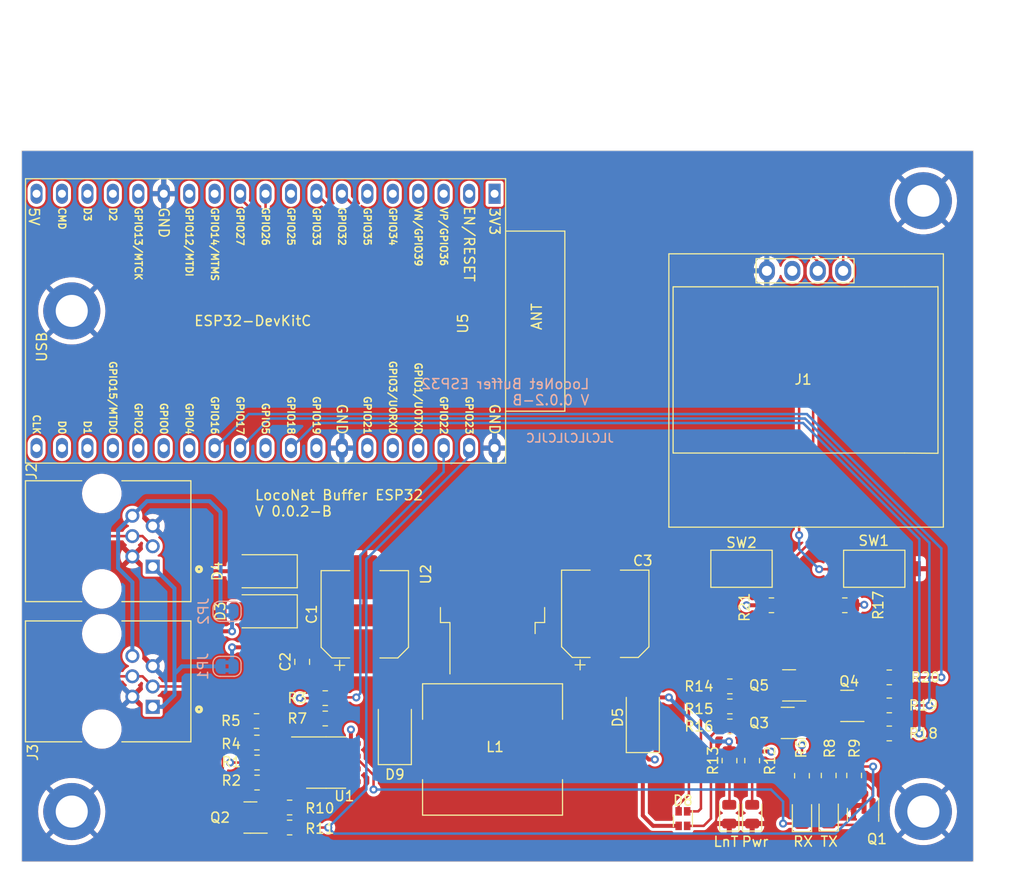
<source format=kicad_pcb>
(kicad_pcb (version 20240108) (generator "pcbnew") (generator_version "8.0")
  (title_block (title "LocoBuffer Esp32") (date "2023-07-17") (rev "0.0.1") (company "Dcc Diy Tools"))
  (layers (0 "F.Cu" signal) (1 "In1.Cu" signal) (2 "In2.Cu" signal) (31 "B.Cu" signal) (34 "B.Paste" user) (35 "F.Paste" user) (36 "B.SilkS" user "B.Silkscreen") (37 "F.SilkS" user "F.Silkscreen") (38 "B.Mask" user) (39 "F.Mask" user) (44 "Edge.Cuts" user))
  (net 0 "")
  (net 1 "GND")
  (net 2 "+5V")
  (net 3 "+3.3V")
  (net 4 "/LnPower")
  (net 5 "/LocoNet/loconet")
  (net 6 "/LocoNet/RSyncA")
  (net 7 "/LnRx")
  (net 8 "Net-(D1-A)")
  (net 9 "Net-(D2-K)")
  (net 10 "Net-(D2-A)")
  (net 11 "Net-(Q1-B)")
  (net 12 "Net-(Q2-B)")
  (net 13 "Net-(Q2-E)")
  (net 14 "Net-(U1--)")
  (net 15 "Net-(U1-+)")
  (net 16 "/LnTx")
  (net 24 "/btnLb2")
  (net 26 "Net-(D8-RK)")
  (net 27 "Net-(D8-GK)")
  (net 28 "Net-(D8-BK)")
  (net 35 "/LedR")
  (net 39 "/LedG")
  (net 40 "/LedB")
  (net 42 "/HSPI_SCLK")
  (net 47 "/SCL")
  (net 48 "/SDA")
  (net 49 "/LocoNet/RSyncB")
  (net 50 "Net-(D6-A)")
  (net 51 "Net-(D7-A)")
  (net 52 "/LnPower5V")
  (net 53 "/HSPI_MISO")
  (net 54 "/HSPI_MOSI")
  (net 55 "/HSPI_CS")
  (net 56 "/RSyncAC")
  (net 57 "/RSyncBC")
  (net 58 "/btnLb")
  (net 59 "Net-(D9-K)")
  (net 60 "Net-(Q3-G)")
  (net 61 "Net-(Q3-D)")
  (net 62 "Net-(Q4-G)")
  (net 63 "Net-(Q4-D)")
  (net 64 "Net-(Q5-G)")
  (net 65 "Net-(Q5-D)")
  (footprint "LED_SMD:LED_0805_2012Metric" (layer "F.Cu") (at 107.885706 115.31 90)
    (property "Reference" "D1" (hide yes))
    (property "Value" "LED")
  )
  (footprint "LocoNetInterface:AMPHENOL_RJE0166001" (layer "F.Cu") (at 38 88 -90)
    (property "Reference" "J2")
    (property "Value" "RJ12")
  )
  (footprint "LocoNetInterface:AMPHENOL_RJE0166001" (layer "F.Cu") (at 38 102 -90)
    (property "Reference" "J3")
    (property "Value" "RJ12")
  )
  (footprint "Resistor_SMD:R_0805_2012Metric" (layer "F.Cu") (at 53.4948 110.1068)
    (property "Reference" "R1")
    (property "Value" "10K (5%)")
  )
  (footprint "Resistor_SMD:R_0805_2012Metric" (layer "F.Cu") (at 53.4948 112.1078 180)
    (property "Reference" "R2")
    (property "Value" "22K")
  )
  (footprint "Resistor_SMD:R_0805_2012Metric" (layer "F.Cu") (at 60.302 103.675 180)
    (property "Reference" "R3")
    (property "Value" "1K")
  )
  (footprint "Resistor_SMD:R_0805_2012Metric" (layer "F.Cu") (at 53.4775 108.109)
    (property "Reference" "R4")
    (property "Value" "47K")
  )
  (footprint "Resistor_SMD:R_0805_2012Metric" (layer "F.Cu") (at 53.444 105.961 180)
    (property "Reference" "R5")
    (property "Value" "150K")
  )
  (footprint "Resistor_SMD:R_0805_2012Metric" (layer "F.Cu") (at 107.885706 111.4215 90)
    (property "Reference" "R6")
    (property "Value" "470")
  )
  (footprint "Resistor_SMD:R_0805_2012Metric" (layer "F.Cu") (at 60.3025 105.707 180)
    (property "Reference" "R7")
    (property "Value" "220K")
  )
  (footprint "Resistor_SMD:R_0805_2012Metric" (layer "F.Cu") (at 110.552706 111.396 90)
    (property "Reference" "R8")
    (property "Value" "470")
  )
  (footprint "Resistor_SMD:R_0805_2012Metric" (layer "F.Cu") (at 113.092706 111.396 -90)
    (property "Reference" "R9")
    (property "Value" "4.7K")
  )
  (footprint "Resistor_SMD:R_0805_2012Metric" (layer "F.Cu") (at 56.746 114.597 180)
    (property "Reference" "R10")
    (property "Value" "47")
  )
  (footprint "Resistor_SMD:R_0805_2012Metric" (layer "F.Cu") (at 56.746 116.597 180)
    (property "Reference" "R11")
    (property "Value" "4.7K")
  )
  (footprint "Package_SO:SOIC-8_3.9x4.9mm_P1.27mm" (layer "F.Cu") (at 60.39 110.109)
    (property "Reference" "U1")
    (property "Value" "LM311")
  )
  (footprint "MountingHole:MountingHole_3.2mm_M3_ISO7380_Pad" (layer "F.Cu") (at 35 65)
    (property "Reference" "H1" (hide yes))
    (property "Value" "MountingHole_Pad" (hide yes))
  )
  (footprint "MountingHole:MountingHole_3.2mm_M3_ISO7380_Pad" (layer "F.Cu") (at 35 115)
    (property "Reference" "H2" (hide yes))
    (property "Value" "MountingHole_Pad" (hide yes))
  )
  (footprint "MountingHole:MountingHole_3.2mm_M3_ISO7380_Pad" (layer "F.Cu") (at 120 115)
    (property "Reference" "H3" (hide yes))
    (property "Value" "MountingHole_Pad" (hide yes))
  )
  (footprint "MountingHole:MountingHole_3.2mm_M3_ISO7380_Pad" (layer "F.Cu") (at 120 54)
    (property "Reference" "H4" (hide yes))
    (property "Value" "MountingHole_Pad" (hide yes))
  )
  (footprint "LED_SMD:LED_0805_2012Metric" (layer "F.Cu") (at 110.552706 115.2545 90)
    (property "Reference" "D2" (hide yes))
    (property "Value" "LED")
  )
  (footprint "Package_TO_SOT_SMD:SOT-23" (layer "F.Cu") (at 113.981706 115.333 -90)
    (property "Reference" "Q1")
    (property "Value" "SS8050")
  )
  (footprint "Package_TO_SOT_SMD:SOT-23" (layer "F.Cu") (at 52.8335 115.597 180)
    (property "Reference" "Q2")
    (property "Value" "SS8050")
  )
  (footprint "Resistor_SMD:R_0805_2012Metric" (layer "F.Cu") (at 100.6875 102.5 180)
    (property "Reference" "R14")
    (property "Value" "470")
  )
  (footprint "Package_TO_SOT_SMD:SOT-23" (layer "F.Cu") (at 112.4 104.45 180)
    (property "Reference" "Q4")
    (property "Value" "2N7002")
  )
  (footprint "Capacitor_SMD:C_0805_2012Metric" (layer "F.Cu") (at 58 100.05 90)
    (property "Reference" "C2")
    (property "Value" "100nf")
  )
  (footprint "Espressif:ESP32-DevKitC" (layer "F.Cu") (at 77.20344 53.3 -90)
    (property "Reference" "U5")
    (property "Value" "ESP32-DevKitC")
  )
  (footprint "Diode_SMD:D_SMA" (layer "F.Cu") (at 67.25 106.8 90)
    (property "Reference" "D9")
    (property "Value" "B330A")
  )
  (footprint "LED_SMD:LED_LiteOn_LTST-C19HE1WT" (layer "F.Cu") (at 96 115.705)
    (property "Reference" "D8")
    (property "Value" "LTST-C19HE1WT")
  )
  (footprint "Diode_SMD:D_SMA" (layer "F.Cu") (at 92 105.6 90)
    (property "Reference" "D5")
    (property "Value" "SS24A")
  )
  (footprint "Resistor_SMD:R_0805_2012Metric" (layer "F.Cu") (at 100.651 109.9125 90)
    (property "Reference" "R13")
    (property "Value" "470")
  )
  (footprint "Capacitor_SMD:CP_Elec_8x10.5" (layer "F.Cu") (at 88.25 95.25 90)
    (property "Reference" "C3")
    (property "Value" "220uf")
  )
  (footprint "LED_SMD:LED_0805_2012Metric" (layer "F.Cu") (at 102.9135 115.2625 90)
    (property "Reference" "D6" (hide yes))
    (property "Value" "LED")
  )
  (footprint "Diode_SMD:D_SMA" (layer "F.Cu") (at 54 95 180)
    (property "Reference" "D3")
    (property "Value" "SS24A")
  )
  (footprint "Resistor_SMD:R_0805_2012Metric" (layer "F.Cu") (at 104.8375 94.4)
    (property "Reference" "R21")
    (property "Value" "10K (5%)")
  )
  (footprint "Package_TO_SOT_SMD:SOT-23" (layer "F.Cu") (at 106.4625 106.15 180)
    (property "Reference" "Q3")
    (property "Value" "2N7002")
  )
  (footprint "Package_TO_SOT_SMD:TO-263-5_TabPin3" (layer "F.Cu") (at 77 91.3 90)
    (property "Reference" "U2")
    (property "Value" "LM2576S-5")
  )
  (footprint "LED_SMD:LED_0805_2012Metric" (layer "F.Cu") (at 100.6275 115.2625 90)
    (property "Reference" "D7" (hide yes))
    (property "Value" "LED")
  )
  (footprint "Resistor_SMD:R_0805_2012Metric" (layer "F.Cu") (at 116.6 107.2 180)
    (property "Reference" "R18")
    (property "Value" "1K")
  )
  (footprint "Button_Switch_SMD:SW_SPST_CK_RS282G05A3" (layer "F.Cu") (at 101.85 90.75)
    (property "Reference" "SW2")
    (property "Value" "SW_Push")
  )
  (footprint "Resistor_SMD:R_0805_2012Metric" (layer "F.Cu") (at 100.6875 106.5 180)
    (property "Reference" "R16")
    (property "Value" "470")
  )
  (footprint "Diode_SMD:D_SMA" (layer "F.Cu") (at 54 91 180)
    (property "Reference" "D4")
    (property "Value" "SS24A")
  )
  (footprint "Resistor_SMD:R_0805_2012Metric" (layer "F.Cu") (at 116.6 104.4 180)
    (property "Reference" "R19")
    (property "Value" "1K")
  )
  (footprint "Resistor_SMD:R_0805_2012Metric" (layer "F.Cu") (at 116.6 101.6 180)
    (property "Reference" "R20")
    (property "Value" "1K")
  )
  (footprint "Resistor_SMD:R_0805_2012Metric" (layer "F.Cu") (at 100.6875 104.5 180)
    (property "Reference" "R15")
    (property "Value" "470")
  )
  (footprint "Capacitor_SMD:CP_Elec_8x10.5" (layer "F.Cu") (at 64.25 95.3 90)
    (property "Reference" "C1")
    (property "Value" "220uF")
  )
  (footprint "Inductor_SMD:L_Sunlord_MWSA1206S-101" (layer "F.Cu") (at 77 108.8)
    (property "Reference" "L1")
    (property "Value" "100uH")
  )
  (footprint "Resistor_SMD:R_0805_2012Metric" (layer "F.Cu") (at 102.9135 109.9125 90)
    (property "Reference" "R12")
    (property "Value" "470")
  )
  (footprint "Resistor_SMD:R_0805_2012Metric" (layer "F.Cu") (at 112.1625 94.4 180)
    (property "Reference" "R17")
    (property "Value" "10K (5%)")
  )
  (footprint "Package_TO_SOT_SMD:SOT-23" (layer "F.Cu") (at 106.6 102.4 180)
    (property "Reference" "Q5")
    (property "Value" "2N7002")
  )
  (footprint "LocoNetInterface:128x64OLED" (layer "F.Cu") (at 108 71.6)
    (property "Reference" "J1")
    (property "Value" "SD1306 I2C/Oled")
  )
  (footprint "Button_Switch_SMD:SW_SPST_CK_RS282G05A3" (layer "F.Cu") (at 115.1 90.75 180)
    (property "Reference" "SW1")
    (property "Value" "SW_Push")
  )
  (footprint "Jumper:SolderJumper-2_P1.3mm_Bridged2Bar_RoundedPad1.0x1.5mm" (layer "B.Cu") (at 50.5 95 180)
    (property "Reference" "JP2")
    (property "Value" "SolderJumper_2_Bridged" (hide yes))
  )
  (footprint "Jumper:SolderJumper-2_P1.3mm_Bridged2Bar_RoundedPad1.0x1.5mm" (layer "B.Cu") (at 50.5 100.5 180)
    (property "Reference" "JP1")
    (property "Value" "SolderJumper_2_Bridged" (hide yes))
  )
  (gr_line (start 30 49) (end 30 120) (stroke (width 0.05)) (layer "Edge.Cuts"))
  (gr_line (start 125 120) (end 125 49) (stroke (width 0.05)) (layer "Edge.Cuts"))
  (gr_line (start 30 120) (end 125 120) (stroke (width 0.05)) (layer "Edge.Cuts"))
  (gr_line (start 125 49) (end 30 49) (stroke (width 0.05)) (layer "Edge.Cuts"))
  (gr_text "LocoNet Buffer ESP32\nV 0.0.2-B" (at 86.75 74.5 0) (layer "B.SilkS") (effects (font (size 1 1)) (justify left bottom mirror)))
  (gr_text "JLCJLCJLCJLC" (at 89.2 78.2 0) (layer "B.SilkS") (effects (font (size 0.85 0.85)) (justify left bottom mirror)))
  (gr_text "RX" (at 108 118 0) (layer "F.SilkS") (effects (font (size 1 1))))
  (gr_text "LocoNet Buffer ESP32\nV 0.0.2-B" (at 53.2 85.6 0) (layer "F.SilkS") (effects (font (size 1 1)) (justify left bottom)))
  (gr_text " LnT" (at 98.2 118.6 0) (layer "F.SilkS") (effects (font (size 1 1)) (justify left bottom)))
  (gr_text "TX" (at 110.6 118 0) (layer "F.SilkS") (effects (font (size 1 1))))
  (gr_text "Pwr " (at 105.4 118.6 0) (layer "F.SilkS") (effects (font (size 1 1)) (justify right bottom)))
  (gr_text "USB" (at 32.6 70.2 90) (layer "F.SilkS") (effects (font (size 1 1)) (justify left bottom)))
  (gr_text "ANT" (at 82 67 90) (layer "F.SilkS") (effects (font (size 1 1)) (justify left bottom)))
  (segment (start 92 115.4) (end 93.03 116.43) (width 0.4) (layer "F.Cu") (net 2))
  (segment (start 92 109.2) (end 92 115.4) (width 0.4) (layer "F.Cu") (net 2))
  (segment (start 93.03 116.43) (end 95.575 116.43) (width 0.4) (layer "F.Cu") (net 2))
  (segment (start 93.2 109.8) (end 92.6 109.8) (width 0.4) (layer "F.Cu") (net 2))
  (segment (start 92.6 109.8) (end 92 109.2) (width 0.4) (layer "F.Cu") (net 2))
  (segment (start 92 107.6) (end 92 109.2) (width 0.4) (layer "F.Cu") (net 2))
  (via (at 93.2 109.8) (size 0.8) (drill 0.4) (layers "F.Cu" "B.Cu") (net 2))
  (segment (start 107.885706 110.509) (end 110.527206 110.509) (width 0.25) (layer "F.Cu") (net 3))
  (segment (start 52.5334 110.1068) (end 50.899 110.1068) (width 0.25) (layer "F.Cu") (net 3))
  (segment (start 59.3895 103.675) (end 57.762 103.675) (width 0.25) (layer "F.Cu") (net 3))
  (segment (start 107.885706 110.3725) (end 107.885706 108.3725) (width 0.25) (layer "F.Cu") (net 3))
  (segment (start 62.865 108.204) (end 62.865 106.807) (width 0.4) (layer "F.Cu") (net 3))
  (segment (start 50.8022 110.1068) (end 50.8 110.109) (width 0.25) (layer "F.Cu") (net 3))
  (segment (start 104.795 109) (end 104.8185 109.0235) (width 0.4) (layer "F.Cu") (net 3))
  (segment (start 102.9135 109) (end 104.795 109) (width 0.4) (layer "F.Cu") (net 3))
  (segment (start 112.7625 94.35) (end 114.1 94.35) (width 0.4) (layer "F.Cu") (net 3))
  (segment (start 50.899 110.1068) (end 50.8022 110.1068) (width 0.25) (layer "F.Cu") (net 3))
  (segment (start 103.925 94.4) (end 102.35 94.4) (width 0.4) (layer "F.Cu") (net 3))
  (via (at 107.885706 108.3725) (size 0.8) (drill 0.4) (layers "F.Cu" "B.Cu") (net 3))
  (via (at 50.8 110.109) (size 0.8) (drill 0.4) (layers "F.Cu" "B.Cu") (net 3))
  (via (at 102.35 94.4) (size 0.8) (drill 0.4) (layers "F.Cu" "B.Cu") (net 3))
  (via (at 57.762 103.675) (size 0.8) (drill 0.4) (layers "F.Cu" "B.Cu") (net 3))
  (via (at 104.8185 109.0235) (size 0.8) (drill 0.4) (layers "F.Cu" "B.Cu") (net 3))
  (via (at 62.865 106.807) (size 0.8) (drill 0.4) (layers "F.Cu" "B.Cu") (net 3))
  (via (at 114.1 94.35) (size 0.8) (drill 0.4) (layers "F.Cu" "B.Cu") (net 3))
  (segment (start 64.25 99) (end 73.55 99) (width 0.4) (layer "F.Cu") (net 4))
  (segment (start 73.55 99) (end 73.6 98.95) (width 0.4) (layer "F.Cu") (net 4))
  (segment (start 56 91) (end 56 95) (width 0.4) (layer "F.Cu") (net 4))
  (segment (start 58 101) (end 59.4 101) (width 0.4) (layer "F.Cu") (net 4))
  (segment (start 61.4 99) (end 64.25 99) (width 0.4) (layer "F.Cu") (net 4))
  (segment (start 56.4 101) (end 58 101) (width 0.4) (layer "F.Cu") (net 4))
  (segment (start 56 95) (end 56 100.6) (width 0.4) (layer "F.Cu") (net 4))
  (segment (start 56 100.6) (end 56.4 101) (width 0.4) (layer "F.Cu") (net 4))
  (segment (start 59.4 101) (end 61.4 99) (width 0.4) (layer "F.Cu") (net 4))
  (segment (start 41.048 101.492) (end 42.064 101.492) (width 0.25) (layer "F.Cu") (net 5))
  (segment (start 34.6329 100.0379) (end 36.087 101.492) (width 0.25) (layer "F.Cu") (net 5))
  (segment (start 41.048 87.492) (end 42.064 87.492) (width 0.25) (layer "F.Cu") (net 5))
  (segment (start 42.064 101.492) (end 43.08 102.508) (width 0.25) (layer "F.Cu") (net 5))
  (segment (start 41.048 87.492) (end 36.968 87.492) (width 0.25) (layer "F.Cu") (net 5))
  (segment (start 50.075 107.098) (end 51.086 108.109) (width 0.25) (layer "F.Cu") (net 5))
  (segment (start 36.968 87.492) (end 34.6329 89.8271) (width 0.25) (layer "F.Cu") (net 5))
  (segment (start 34.6329 89.8271) (end 34.6329 100.0379) (width 0.25) (layer "F.Cu") (net 5))
  (segment (start 50.075 114.464) (end 50.075 104.484) (width 0.25) (layer "F.Cu") (net 5))
  (segment (start 50.075 104.484) (end 50.075 107.098) (width 0.25) (layer "F.Cu") (net 5))
  (segment (start 48.152 102.508) (end 50.1015 104.4575) (width 0.25) (layer "F.Cu") (net 5))
  (segment (start 36.087 101.492) (end 41.048 101.492) (width 0.25) (layer "F.Cu") (net 5))
  (segment (start 42.064 87.492) (end 43.08 88.508) (width 0.25) (layer "F.Cu") (net 5))
  (segment (start 51.208 115.597) (end 50.075 114.464) (width 0.25) (layer "F.Cu") (net 5))
  (segment (start 51.086 108.109) (end 52.565 108.109) (width 0.25) (layer "F.Cu") (net 5))
  (segment (start 51.896 115.597) (end 51.208 115.597) (width 0.25) (layer "F.Cu") (net 5))
  (segment (start 50.075 104.484) (end 50.1015 104.4575) (width 0.25) (layer "F.Cu") (net 5))
  (segment (start 43.08 102.508) (end 48.152 102.508) (width 0.25) (layer "F.Cu") (net 5))
  (segment (start 44.05 104.54) (end 43.08 104.54) (width 0.4) (layer "B.Cu") (net 6))
  (segment (start 46 100.5) (end 45.25 101.25) (width 0.4) (layer "B.Cu") (net 6))
  (segment (start 45.25 92.71) (end 45.25 99.25) (width 0.4) (layer "B.Cu") (net 6))
  (segment (start 49.85 100.5) (end 46 100.5) (width 0.4) (layer "B.Cu") (net 6))
  (segment (start 45.25 101.25) (end 45.25 103.34) (width 0.4) (layer "B.Cu") (net 6))
  (segment (start 45.25 99.25) (end 45.25 101.25) (width 0.4) (layer "B.Cu") (net 6))
  (segment (start 43.08 90.54) (end 45.25 92.71) (width 0.4) (layer "B.Cu") (net 6))
  (segment (start 45.25 103.34) (end 44.05 104.54) (width 0.4) (layer "B.Cu") (net 6))
  (segment (start 61.89 109.474) (end 62.865 109.474) (width 0.25) (layer "F.Cu") (net 7))
  (segment (start 107.838206 116.2) (end 107.885706 116.2475) (width 0.25) (layer "F.Cu") (net 7))
  (segment (start 106 116.2) (end 107.838206 116.2) (width 0.25) (layer "F.Cu") (net 7))
  (segment (start 61.2895 103.6) (end 61.2145 103.675) (width 0.25) (layer "F.Cu") (net 7))
  (segment (start 63.4 103.6) (end 61.2895 103.6) (width 0.25) (layer "F.Cu") (net 7))
  (segment (start 61.215 108.799) (end 61.215 105.707) (width 0.25) (layer "F.Cu") (net 7))
  (segment (start 65.1245 111.356749) (end 65.1245 112.8) (width 0.25) (layer "F.Cu") (net 7))
  (segment (start 61.215 108.799) (end 61.89 109.474) (width 0.25) (layer "F.Cu") (net 7))
  (segment (start 62.865 109.474) (end 63.241751 109.474) (width 0.25) (layer "F.Cu") (net 7))
  (segment (start 61.2145 103.675) (end 61.2145 105.7065) (width 0.25) (layer "F.Cu") (net 7))
  (segment (start 63.241751 109.474) (end 65.1245 111.356749) (width 0.25) (layer "F.Cu") (net 7))
  (via (at 65.1245 112.8) (size 0.8) (drill 0.4) (layers "F.Cu" "B.Cu") (net 7))
  (via (at 106 116.2) (size 0.8) (drill 0.4) (layers "F.Cu" "B.Cu") (net 7))
  (via (at 63.4 103.6) (size 0.8) (drill 0.4) (layers "F.Cu" "B.Cu") (net 7))
  (segment (start 63.8 103.2) (end 63.4 103.6) (width 0.25) (layer "B.Cu") (net 7))
  (segment (start 63.8 89.4) (end 63.8 103.2) (width 0.25) (layer "B.Cu") (net 7))
  (segment (start 72.12344 81.07656) (end 63.8 89.4) (width 0.25) (layer "B.Cu") (net 7))
  (segment (start 106 114) (end 104.8 112.8) (width 0.25) (layer "B.Cu") (net 7))
  (segment (start 72.12344 78.7) (end 72.12344 81.07656) (width 0.25) (layer "B.Cu") (net 7))
  (segment (start 106 116.2) (end 106 114) (width 0.25) (layer "B.Cu") (net 7))
  (segment (start 104.8 112.8) (end 65.1245 112.8) (width 0.25) (layer "B.Cu") (net 7))
  (segment (start 107.885706 112.1975) (end 107.885706 114.3725) (width 0.25) (layer "F.Cu") (net 8))
  (segment (start 110.693706 116.333) (end 113.981706 116.333) (width 0.25) (layer "F.Cu") (net 9))
  (segment (start 110.552706 112.142) (end 110.552706 114.317) (width 0.25) (layer "F.Cu") (net 10))
  (segment (start 114.931706 112.854) (end 114.386206 112.3085) (width 0.25) (layer "F.Cu") (net 11))
  (segment (start 114.931706 114.333) (end 114.931706 112.854) (width 0.25) (layer "F.Cu") (net 11))
  (segment (start 114.386206 112.3085) (end 113.092706 112.3085) (width 0.25) (layer "F.Cu") (net 11))
  (segment (start 53.8335 116.547) (end 55.7835 116.547) (width 0.25) (layer "F.Cu") (net 12))
  (segment (start 55.8335 114.597) (end 53.8835 114.597) (width 0.25) (layer "F.Cu") (net 13))
  (segment (start 54.3584 110.1068) (end 54.3584 112.28) (width 0.25) (layer "F.Cu") (net 14))
  (segment (start 56.195 110.744) (end 55.5578 110.1068) (width 0.25) (layer "F.Cu") (net 14))
  (segment (start 55.5578 110.1068) (end 54.4073 110.1068) (width 0.25) (layer "F.Cu") (net 14))
  (segment (start 57.915 110.744) (end 56.195 110.744) (width 0.25) (layer "F.Cu") (net 14))
  (segment (start 55.39 108.109) (end 56.755 109.474) (width 0.25) (layer "F.Cu") (net 15))
  (segment (start 59.39 109.159) (end 59.39 105.707) (width 0.25) (layer "F.Cu") (net 15))
  (segment (start 54.3565 105.961) (end 54.3565 108.0755) (width 0.25) (layer "F.Cu") (net 15))
  (segment (start 57.915 109.474) (end 59.075 109.474) (width 0.25) (layer "F.Cu") (net 15))
  (segment (start 54.39 108.109) (end 55.39 108.109) (width 0.25) (layer "F.Cu") (net 15))
  (segment (start 56.755 109.474) (end 57.915 109.474) (width 0.25) (layer "F.Cu") (net 15))
  (segment (start 59.075 109.474) (end 59.39 109.159) (width 0.25) (layer "F.Cu") (net 15))
  (segment (start 114.985 110.507) (end 113.116206 110.507) (width 0.25) (layer "F.Cu") (net 16))
  (segment (start 57.6585 116.597) (end 60.597 116.597) (width 0.25) (layer "F.Cu") (net 16))
  (segment (start 60.597 116.597) (end 60.6 116.6) (width 0.25) (layer "F.Cu") (net 16))
  (via (at 60.6 116.6) (size 0.8) (drill 0.4) (layers "F.Cu" "B.Cu") (net 16))
  (via (at 114.985 110.507) (size 0.8) (drill 0.4) (layers "F.Cu" "B.Cu") (net 16))
  (segment (start 74.66344 79.53656) (end 64.4 89.8) (width 0.25) (layer "B.Cu") (net 16))
  (segment (start 114.985 113.437305) (end 114.985 110.507) (width 0.25) (layer "B.Cu") (net 16))
  (segment (start 61.2 117.2) (end 111.222305 117.2) (width 0.25) (layer "B.Cu") (net 16))
  (segment (start 64.4 89.8) (end 64.4 112.8) (width 0.25) (layer "B.Cu") (net 16))
  (segment (start 64.4 112.8) (end 60.6 116.6) (width 0.25) (layer "B.Cu") (net 16))
  (segment (start 74.66344 78.7) (end 74.66344 79.53656) (width 0.25) (layer "B.Cu") (net 16))
  (segment (start 60.6 116.6) (end 61.2 117.2) (width 0.25) (layer "B.Cu") (net 16))
  (segment (start 111.222305 117.2) (end 114.985 113.437305) (width 0.25) (layer "B.Cu") (net 16))
  (segment (start 114.4 57.8) (end 114.4 63.4) (width 0.25) (layer "F.Cu") (net 24))
  (segment (start 109 68.8) (end 109 87.8) (width 0.25) (layer "F.Cu") (net 24))
  (segment (start 105.75 90.75) (end 105.75 94.4) (width 0.25) (layer "F.Cu") (net 24))
  (segment (start 109 87.8) (end 106.05 90.75) (width 0.25) (layer "F.Cu") (net 24))
  (segment (start 65.06344 56.4) (end 113 56.4) (width 0.25) (layer "F.Cu") (net 24))
  (segment (start 106.05 90.75) (end 105.75 90.75) (width 0.25) (layer "F.Cu") (net 24))
  (segment (start 114.4 63.4) (end 109 68.8) (width 0.25) (layer "F.Cu") (net 24))
  (segment (start 113 56.4) (end 114.4 57.8) (width 0.25) (layer "F.Cu") (net 24))
  (segment (start 61.96344 53.3) (end 65.06344 56.4) (width 0.25) (layer "F.Cu") (net 24))
  (segment (start 96.6 103.6) (end 96.6 113.305) (width 0.25) (layer "F.Cu") (net 26))
  (segment (start 97.7 102.5) (end 96.6 103.6) (width 0.25) (layer "F.Cu") (net 26))
  (segment (start 96.6 113.305) (end 95.575 114.33) (width 0.25) (layer "F.Cu") (net 26))
  (segment (start 99.775 102.5) (end 97.7 102.5) (width 0.25) (layer "F.Cu") (net 26))
  (segment (start 95.575 114.33) (end 95.575 114.98) (width 0.25) (layer "F.Cu") (net 26))
  (segment (start 97.8 114.705) (end 97.525 114.98) (width 0.25) (layer "F.Cu") (net 27))
  (segment (start 99.775 104.5) (end 99.1 104.5) (width 0.25) (layer "F.Cu") (net 27))
  (segment (start 97.8 105.8) (end 97.8 114.705) (width 0.25) (layer "F.Cu") (net 27))
  (segment (start 99.1 104.5) (end 97.8 105.8) (width 0.25) (layer "F.Cu") (net 27))
  (segment (start 97.525 114.98) (end 96.425 114.98) (width 0.25) (layer "F.Cu") (net 27))
  (segment (start 99.775 106.5) (end 98.8 107.475) (width 0.25) (layer "F.Cu") (net 28))
  (segment (start 98.075 116.43) (end 96.425 116.43) (width 0.25) (layer "F.Cu") (net 28))
  (segment (start 98.8 115.705) (end 98.075 116.43) (width 0.25) (layer "F.Cu") (net 28))
  (segment (start 98.8 107.475) (end 98.8 115.705) (width 0.25) (layer "F.Cu") (net 28))
  (segment (start 121.8 101.6) (end 117.5125 101.6) (width 0.25) (layer "F.Cu") (net 35))
  (via (at 121.8 101.6) (size 0.8) (drill 0.4) (layers "F.Cu" "B.Cu") (net 35))
  (segment (start 52.66344 75.3) (end 108.372792 75.3) (width 0.25) (layer "B.Cu") (net 35))
  (segment (start 108.372792 75.3) (end 121.8 88.727208) (width 0.25) (layer "B.Cu") (net 35))
  (segment (start 121.8 88.727208) (end 121.8 101.6) (width 0.25) (layer "B.Cu") (net 35))
  (segment (start 49.26344 78.7) (end 52.66344 75.3) (width 0.25) (layer "B.Cu") (net 35))
  (segment (start 120.6 104.4) (end 117.5125 104.4) (width 0.25) (layer "F.Cu") (net 39))
  (via (at 120.6 104.4) (size 0.8) (drill 0.4) (layers "F.Cu" "B.Cu") (net 39))
  (segment (start 120.6 88.163604) (end 108.186396 75.75) (width 0.25) (layer "B.Cu") (net 39))
  (segment (start 108.186396 75.75) (end 54.75344 75.75) (width 0.25) (layer "B.Cu") (net 39))
  (segment (start 120.6 104.4) (end 120.6 88.163604) (width 0.25) (layer "B.Cu") (net 39))
  (segment (start 54.75344 75.75) (end 51.80344 78.7) (width 0.25) (layer "B.Cu") (net 39))
  (segment (start 119.6 107.2) (end 117.5125 107.2) (width 0.25) (layer "F.Cu") (net 40))
  (via (at 119.6 107.2) (size 0.8) (drill 0.4) (layers "F.Cu" "B.Cu") (net 40))
  (segment (start 59.38344 76.2) (end 56.88344 78.7) (width 0.25) (layer "B.Cu") (net 40))
  (segment (start 119.6 107.2) (end 119.6 87.8) (width 0.25) (layer "B.Cu") (net 40))
  (segment (start 119.6 87.8) (end 108 76.2) (width 0.25) (layer "B.Cu") (net 40))
  (segment (start 108 76.2) (end 59.38344 76.2) (width 0.25) (layer "B.Cu") (net 40))
  (segment (start 51.80344 53.75) (end 57.05344 59) (width 0.25) (layer "F.Cu") (net 47))
  (segment (start 108.4 59) (end 109.46 60.06) (width 0.25) (layer "F.Cu") (net 47))
  (segment (start 57.05344 59) (end 108.4 59) (width 0.25) (layer "F.Cu") (net 47))
  (segment (start 51.80344 53.3) (end 51.80344 53.75) (width 0.25) (layer "F.Cu") (net 47))
  (segment (start 109.46 60.06) (end 109.46 61) (width 0.25) (layer "F.Cu") (net 47))
  (segment (start 54.34344 53.3) (end 54.34344 55.34344) (width 0.25) (layer "F.Cu") (net 48))
  (segment (start 111 58.2) (end 112 59.2) (width 0.25) (layer "F.Cu") (net 48))
  (segment (start 112 59.2) (end 112 61) (width 0.25) (layer "F.Cu") (net 48))
  (segment (start 54.34344 55.34344) (end 57.2 58.2) (width 0.25) (layer "F.Cu") (net 48))
  (segment (start 57.2 58.2) (end 111 58.2) (width 0.25) (layer "F.Cu") (net 48))
  (segment (start 42.51 84) (end 41.05 85.46) (width 0.4) (layer "B.Cu") (net 49))
  (segment (start 49.85 95) (end 49.85 85.1) (width 0.4) (layer "B.Cu") (net 49))
  (segment (start 41.05 99.46) (end 41.05 92.104) (width 0.4) (layer "B.Cu") (net 49))
  (segment (start 48.75 84) (end 42.51 84) (width 0.4) (layer "B.Cu") (net 49))
  (segment (start 41.05 92.104) (end 39.624 90.678) (width 0.4) (layer "B.Cu") (net 49))
  (segment (start 49.85 85.1) (end 48.75 84) (width 0.4) (layer "B.Cu") (net 49))
  (segment (start 39.624 90.678) (end 39.624 86.886) (width 0.4) (layer "B.Cu") (net 49))
  (segment (start 39.624 86.886) (end 41.05 85.46) (width 0.4) (layer "B.Cu") (net 49))
  (segment (start 102.9135 110.825) (end 102.9135 114.325) (width 0.25) (layer "F.Cu") (net 50))
  (segment (start 100.651 114.3015) (end 100.6275 114.325) (width 0.25) (layer "F.Cu") (net 51))
  (segment (start 100.651 110.825) (end 100.651 114.3015) (width 0.25) (layer "F.Cu") (net 51))
  (segment (start 87.2 108.8) (end 88.25 107.75) (width 0.4) (layer "F.Cu") (net 52))
  (segment (start 100.651 109) (end 100.651 108.051) (width 0.4) (layer "F.Cu") (net 52))
  (segment (start 100.651 108.051) (end 100.6 108) (width 0.4) (layer "F.Cu") (net 52))
  (segment (start 94.6 103.6) (end 92 103.6) (width 0.4) (layer "F.Cu") (net 52))
  (segment (start 80 108.8) (end 82.625 108.8) (width 0.4) (layer "F.Cu") (net 52))
  (segment (start 88.25 107.75) (end 88.25 98.95) (width 0.4) (layer "F.Cu") (net 52))
  (segment (start 88.25 98.95) (end 91.35 98.95) (width 0.4) (layer "F.Cu") (net 52))
  (segment (start 78.7 107.5) (end 80 108.8) (width 0.4) (layer "F.Cu") (net 52))
  (segment (start 91.35 98.95) (end 92 99.6) (width 0.4) (layer "F.Cu") (net 52))
  (segment (start 82.625 108.8) (end 87.2 108.8) (width 0.4) (layer "F.Cu") (net 52))
  (segment (start 78.7 98.95) (end 78.7 107.5) (width 0.4) (layer "F.Cu") (net 52))
  (segment (start 92 99.6) (end 92 103.6) (width 0.4) (layer "F.Cu") (net 52))
  (via (at 100.6 108) (size 0.8) (drill 0.4) (layers "F.Cu" "B.Cu") (net 52))
  (via (at 94.6 103.6) (size 0.8) (drill 0.4) (layers "F.Cu" "B.Cu") (net 52))
  (segment (start 100.6 108) (end 99 108) (width 0.4) (layer "B.Cu") (net 52))
  (segment (start 99 108) (end 94.6 103.6) (width 0.4) (layer "B.Cu") (net 52))
  (segment (start 53 98) (end 53 96) (width 0.4) (layer "F.Cu") (net 56))
  (segment (start 51 98.6) (end 52.4 98.6) (width 0.4) (layer "F.Cu") (net 56))
  (segment (start 52.4 98.6) (end 53 98) (width 0.4) (layer "F.Cu") (net 56))
  (segment (start 53 96) (end 52 95) (width 0.4) (layer "F.Cu") (net 56))
  (via (at 51 98.6) (size 0.8) (drill 0.4) (layers "F.Cu" "B.Cu") (net 56))
  (segment (start 51 98.6) (end 51 100.35) (width 0.4) (layer "B.Cu") (net 56))
  (segment (start 51 100.35) (end 51.15 100.5) (width 0.4) (layer "B.Cu") (net 56))
  (segment (start 52 91) (end 49 91) (width 0.4) (layer "F.Cu") (net 57))
  (segment (start 48 92) (end 48 96) (width 0.4) (layer "F.Cu") (net 57))
  (segment (start 49 97) (end 51 97) (width 0.4) (layer "F.Cu") (net 57))
  (segment (start 48 96) (end 49 97) (width 0.4) (layer "F.Cu") (net 57))
  (segment (start 49 91) (end 48 92) (width 0.4) (layer "F.Cu") (net 57))
  (via (at 51 97) (size 0.8) (drill 0.4) (layers "F.Cu" "B.Cu") (net 57))
  (segment (start 51 97) (end 51 95.15) (width 0.4) (layer "B.Cu") (net 57))
  (segment (start 51 95.15) (end 51.15 95) (width 0.4) (layer "B.Cu") (net 57))
  (segment (start 112.15 57.75) (end 113.8 59.4) (width 0.25) (layer "F.Cu") (net 58))
  (segment (start 113.8 62.8) (end 107.6 69) (width 0.25) (layer "F.Cu") (net 58))
  (segment (start 111.15 90.8) (end 111.2 90.75) (width 0.25) (layer "F.Cu") (net 58))
  (segment (start 63.87344 57.75) (end 112.15 57.75) (width 0.25) (layer "F.Cu") (net 58))
  (segment (start 111.2 94.0875) (end 111.2 90.35) (width 0.25) (layer "F.Cu") (net 58))
  (segment (start 59.42344 53.3) (end 63.87344 57.75) (width 0.25) (layer "F.Cu") (net 58))
  (segment (start 113.8 59.4) (end 113.8 62.8) (width 0.25) (layer "F.Cu") (net 58))
  (segment (start 107.6 69) (end 107.6 87.4) (width 0.25) (layer "F.Cu") (net 58))
  (segment (start 109.6 90.8) (end 111.15 90.8) (width 0.25) (layer "F.Cu") (net 58))
  (via (at 107.6 87.4) (size 0.8) (drill 0.4) (layers "F.Cu" "B.Cu") (net 58))
  (via (at 109.6 90.8) (size 0.8) (drill 0.4) (layers "F.Cu" "B.Cu") (net 58))
  (segment (start 107.6 88.8) (end 109.6 90.8) (width 0.25) (layer "B.Cu") (net 58))
  (segment (start 107.6 87.4) (end 107.6 88.8) (width 0.25) (layer "B.Cu") (net 58))
  (segment (start 71.375 108.8) (end 74.4 108.8) (width 0.4) (layer "F.Cu") (net 59))
  (segment (start 74.4 108.8) (end 75.3 107.9) (width 0.4) (layer "F.Cu") (net 59))
  (segment (start 75.3 107.9) (end 75.3 98.95) (width 0.4) (layer "F.Cu") (net 59))
  (segment (start 67.25 108.8) (end 71.375 108.8) (width 0.4) (layer "F.Cu") (net 59))
  (segment (start 107.5 107.2) (end 107.4 107.1) (width 0.25) (layer "F.Cu") (net 60))
  (segment (start 115.6875 107.2) (end 107.5 107.2) (width 0.25) (layer "F.Cu") (net 60))
  (segment (start 103.7 106.5) (end 104.05 106.15) (width 0.25) (layer "F.Cu") (net 61))
  (segment (start 104.05 106.15) (end 105.525 106.15) (width 0.25) (layer "F.Cu") (net 61))
  (segment (start 101.6 106.5) (end 103.7 106.5) (width 0.25) (layer "F.Cu") (net 61))
  (segment (start 113.6 105.4) (end 114.6 104.4) (width 0.25) (layer "F.Cu") (net 62))
  (segment (start 113.3375 105.4) (end 113.6 105.4) (width 0.25) (layer "F.Cu") (net 62))
  (segment (start 114.6 104.4) (end 115.6875 104.4) (width 0.25) (layer "F.Cu") (net 62))
  (segment (start 101.6 104.5) (end 105.1 104.5) (width 0.25) (layer "F.Cu") (net 63))
  (segment (start 111 104.45) (end 110.95 104.4) (width 0.25) (layer "F.Cu") (net 63))
  (segment (start 111.4625 104.45) (end 111 104.45) (width 0.25) (layer "F.Cu") (net 63))
  (segment (start 105.2 104.4) (end 110.95 104.4) (width 0.25) (layer "F.Cu") (net 63))
  (segment (start 105.1 104.5) (end 105.2 104.4) (width 0.25) (layer "F.Cu") (net 63))
  (segment (start 115.6875 101.6) (end 111.6 101.6) (width 0.25) (layer "F.Cu") (net 64))
  (segment (start 111.6 101.6) (end 109.85 103.35) (width 0.25) (layer "F.Cu") (net 64))
  (segment (start 109.85 103.35) (end 107.5375 103.35) (width 0.25) (layer "F.Cu") (net 64))
  (segment (start 101.6 102.5) (end 103.9 102.5) (width 0.25) (layer "F.Cu") (net 65))
  (segment (start 103.9 102.5) (end 104 102.4) (width 0.25) (layer "F.Cu") (net 65))
  (segment (start 104 102.4) (end 105.6625 102.4) (width 0.25) (layer "F.Cu") (net 65))
  (zone (net 1) (net_name "GND") (layer "F.Cu") (connect_pads (clearance 0.3)) (min_thickness 0.2) (fill yes (thermal_gap 0.508) (thermal_bridge_width 0.508))
    (polygon (pts (xy 125 120) (xy 30 120) (xy 30 49) (xy 125 49)))
  )
  (zone (net 1) (net_name "GND") (layer "B.Cu") (connect_pads (clearance 0.508)) (min_thickness 0.254) (fill yes (thermal_gap 0.508) (thermal_bridge_width 0.508))
    (polygon (pts (xy 125 120) (xy 30 120) (xy 30 49) (xy 125 49)))
  )
)
</source>
